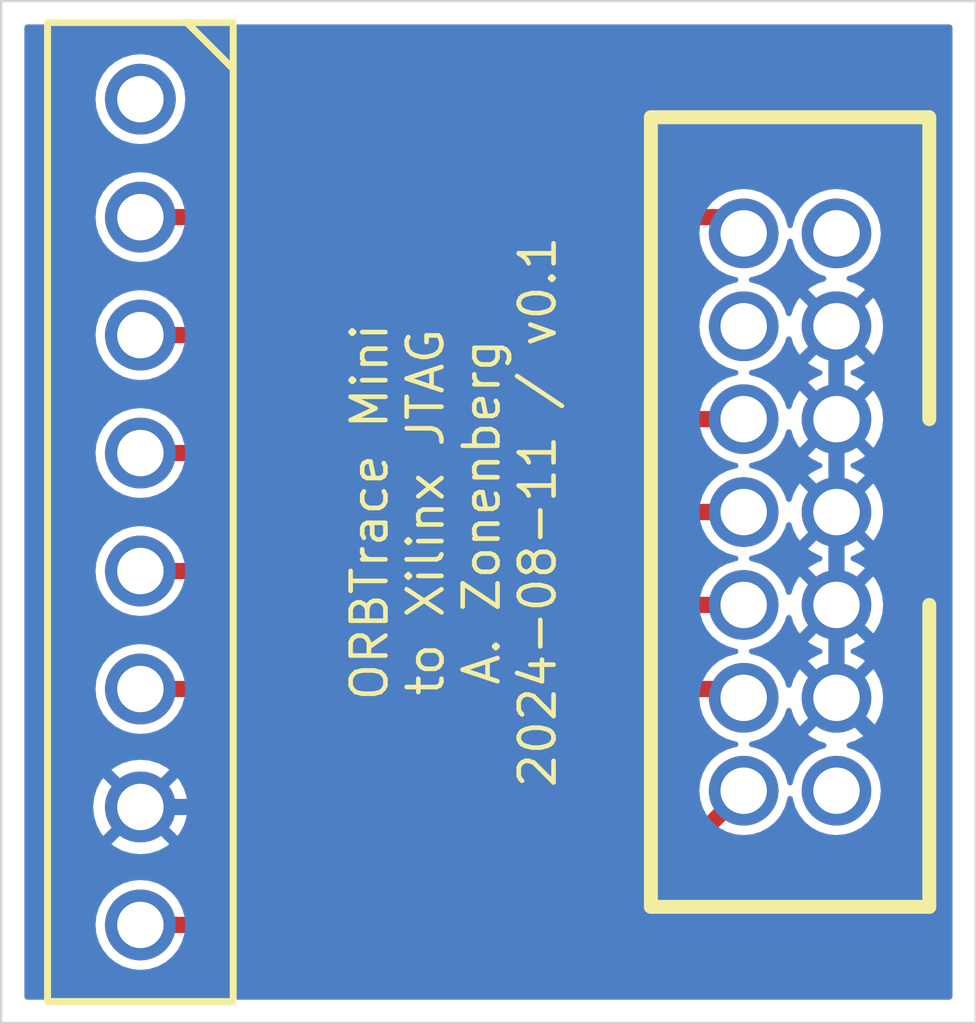
<source format=kicad_pcb>
(kicad_pcb (version 20240108) (generator "pcbnew") (generator_version "8.0")
  (layers (0 "F.Cu" signal) (31 "B.Cu" signal) (34 "B.Paste" user) (35 "F.Paste" user) (36 "B.SilkS" user "B.Silkscreen") (37 "F.SilkS" user "F.Silkscreen") (38 "B.Mask" user) (39 "F.Mask" user) (44 "Edge.Cuts" user))
  (net 0 "")
  (net 4 "/VTREF")
  (net 5 "/VTPWR")
  (net 6 "/GND")
  (net 7 "/NRST")
  (net 8 "/TDO")
  (net 9 "/TMS")
  (net 10 "/TDI")
  (net 11 "/TCK")
  (footprint "azonenberg_pcb:CONN_HEADER_2.54MM_1x8" (layer "F.Cu") (at 55 53 -90)
    (property "Reference" "J1" (hide yes))
    (property "Value" "CONN_01X08" (hide yes))
    (fp_line (start -10.54 2) (end 10.54 2) (stroke (width 0.15)) (layer "F.SilkS"))
    (fp_line (start 10.54 2) (end 10.54 -2) (stroke (width 0.15)) (layer "F.SilkS"))
    (fp_line (start -10.54 -2) (end -10.54 2) (stroke (width 0.15)) (layer "F.SilkS"))
    (fp_line (start -9.54 -2) (end -10.54 -1) (stroke (width 0.15)) (layer "F.SilkS"))
    (fp_line (start 10.54 -2) (end -10.54 -2) (stroke (width 0.15)) (layer "F.SilkS"))
    (pad "1" thru_hole circle (at -8.89 0 270) (size 1.524 1.524) (drill 1) (layers "*.Cu" "*.Mask") (net 5 "/VTPWR"))
    (pad "2" thru_hole circle (at -6.35 0) (size 1.524 1.524) (drill 1) (layers "*.Cu" "*.Mask") (net 7 "/NRST"))
    (pad "3" thru_hole circle (at -3.81 0 270) (size 1.524 1.524) (drill 1) (layers "*.Cu" "*.Mask") (net 10 "/TDI"))
    (pad "4" thru_hole circle (at -1.270001 0 270) (size 1.524 1.524) (drill 1) (layers "*.Cu" "*.Mask") (net 8 "/TDO"))
    (pad "5" thru_hole circle (at 1.270001 0 270) (size 1.524 1.524) (drill 1) (layers "*.Cu" "*.Mask") (net 11 "/TCK"))
    (pad "6" thru_hole circle (at 3.81 0 270) (size 1.524 1.524) (drill 1) (layers "*.Cu" "*.Mask") (net 9 "/TMS"))
    (pad "7" thru_hole circle (at 6.35 0 270) (size 1.524 1.524) (drill 1) (layers "*.Cu" "*.Mask") (net 6 "/GND"))
    (pad "8" thru_hole circle (at 8.89 0 270) (size 1.524 1.524) (drill 1) (layers "*.Cu" "*.Mask") (net 4 "/VTREF"))
  )
  (footprint "azonenberg_pcb:XILINX_JTAG_PTH_MOLEX_0878311420" (layer "F.Cu") (at 69 53 90)
    (property "Reference" "J2" (hide yes))
    (property "Value" "XILINX_JTAG_ICESIDE" (hide yes))
    (fp_line (start 8.5 -3) (end -8.5 -3) (stroke (width 0.3)) (layer "F.SilkS"))
    (fp_line (start 8.5 -3) (end 8.5 3) (stroke (width 0.3)) (layer "F.SilkS"))
    (fp_line (start -8.5 -3) (end -8.5 3) (stroke (width 0.3)) (layer "F.SilkS"))
    (fp_line (start 8.5 3) (end 2 3) (stroke (width 0.3)) (layer "F.SilkS"))
    (fp_line (start -2 3) (end -8.5 3) (stroke (width 0.3)) (layer "F.SilkS"))
    (pad "1" thru_hole circle (at -6 1 90) (size 1.5 1.5) (drill 1) (layers "*.Cu" "*.Mask" "F.Paste"))
    (pad "2" thru_hole circle (at -6 -1 90) (size 1.5 1.5) (drill 1) (layers "*.Cu" "*.Mask" "F.Paste") (net 4 "/VTREF"))
    (pad "3" thru_hole circle (at -4 1 90) (size 1.5 1.5) (drill 1) (layers "*.Cu" "*.Mask" "F.Paste") (net 6 "/GND"))
    (pad "4" thru_hole circle (at -4 -1 90) (size 1.5 1.5) (drill 1) (layers "*.Cu" "*.Mask" "F.Paste") (net 9 "/TMS"))
    (pad "5" thru_hole circle (at -2 1 90) (size 1.5 1.5) (drill 1) (layers "*.Cu" "*.Mask" "F.Paste") (net 6 "/GND"))
    (pad "6" thru_hole circle (at -2 -1 90) (size 1.5 1.5) (drill 1) (layers "*.Cu" "*.Mask" "F.Paste") (net 11 "/TCK"))
    (pad "7" thru_hole circle (at 0 1 90) (size 1.5 1.5) (drill 1) (layers "*.Cu" "*.Mask" "F.Paste") (net 6 "/GND"))
    (pad "8" thru_hole circle (at 0 -1 90) (size 1.5 1.5) (drill 1) (layers "*.Cu" "*.Mask" "F.Paste") (net 8 "/TDO"))
    (pad "9" thru_hole circle (at 2 1 90) (size 1.5 1.5) (drill 1) (layers "*.Cu" "*.Mask" "F.Paste") (net 6 "/GND"))
    (pad "10" thru_hole circle (at 2 -1 90) (size 1.5 1.5) (drill 1) (layers "*.Cu" "*.Mask" "F.Paste") (net 10 "/TDI"))
    (pad "11" thru_hole circle (at 4 1 90) (size 1.5 1.5) (drill 1) (layers "*.Cu" "*.Mask" "F.Paste") (net 6 "/GND"))
    (pad "12" thru_hole circle (at 4 -1 90) (size 1.5 1.5) (drill 1) (layers "*.Cu" "*.Mask" "F.Paste"))
    (pad "13" thru_hole circle (at 6 1 90) (size 1.5 1.5) (drill 1) (layers "*.Cu" "*.Mask" "F.Paste"))
    (pad "14" thru_hole circle (at 6 -1 90) (size 1.5 1.5) (drill 1) (layers "*.Cu" "*.Mask" "F.Paste") (net 7 "/NRST"))
  )
  (gr_line (start 52 42) (end 52 64) (stroke (width 0.05)) (layer "Edge.Cuts"))
  (gr_line (start 52 64) (end 73 64) (stroke (width 0.05)) (layer "Edge.Cuts"))
  (gr_line (start 73 64) (end 73 42) (stroke (width 0.05)) (layer "Edge.Cuts"))
  (gr_line (start 73 42) (end 52 42) (stroke (width 0.05)) (layer "Edge.Cuts"))
  (gr_text "ORBTrace Mini\nto Xilinx JTAG\nA. Zonenberg\n2024-08-11 / v0.1" (at 64 53 90) (layer "F.SilkS") (effects (font (size 0.75 0.75) (thickness 0.1)) (justify bottom)))
  (segment (start 65.11 61.89) (end 68 59) (width 0.35) (layer "F.Cu") (net 4))
  (segment (start 55 61.89) (end 65.11 61.89) (width 0.35) (layer "F.Cu") (net 4))
  (segment (start 72 59) (end 72 60) (width 0.35) (layer "B.Cu") (net 6))
  (segment (start 70 62) (end 62 62) (width 0.35) (layer "B.Cu") (net 6))
  (segment (start 62 62) (end 59.35 59.35) (width 0.35) (layer "B.Cu") (net 6))
  (segment (start 70 57) (end 70 49) (width 0.35) (layer "B.Cu") (net 6))
  (segment (start 72 60) (end 70 62) (width 0.35) (layer "B.Cu") (net 6))
  (segment (start 59.35 59.35) (end 55 59.35) (width 0.35) (layer "B.Cu") (net 6))
  (segment (start 70 57) (end 72 59) (width 0.35) (layer "B.Cu") (net 6))
  (segment (start 55 46.65) (end 67.65 46.65) (width 0.35) (layer "F.Cu") (net 7))
  (segment (start 67.65 46.65) (end 68 47) (width 0.35) (layer "F.Cu") (net 7))
  (segment (start 55 51.729999) (end 63.729999 51.729999) (width 0.35) (layer "F.Cu") (net 8))
  (segment (start 65 53) (end 68 53) (width 0.35) (layer "F.Cu") (net 8))
  (segment (start 63.729999 51.729999) (end 65 53) (width 0.35) (layer "F.Cu") (net 8))
  (segment (start 55 56.81) (end 67.81 56.81) (width 0.35) (layer "F.Cu") (net 9))
  (segment (start 67.81 56.81) (end 68 57) (width 0.35) (layer "F.Cu") (net 9))
  (segment (start 64.19 49.19) (end 66 51) (width 0.35) (layer "F.Cu") (net 10))
  (segment (start 66 51) (end 68 51) (width 0.35) (layer "F.Cu") (net 10))
  (segment (start 55 49.19) (end 64.19 49.19) (width 0.35) (layer "F.Cu") (net 10))
  (segment (start 55 54.270001) (end 64.270001 54.270001) (width 0.35) (layer "F.Cu") (net 11))
  (segment (start 64.270001 54.270001) (end 65 55) (width 0.35) (layer "F.Cu") (net 11))
  (segment (start 65 55) (end 68 55) (width 0.35) (layer "F.Cu") (net 11))
  (zone (net 6) (net_name "/GND") (layer "B.Cu") (connect_pads (clearance 0.125)) (min_thickness 0.125) (fill yes (thermal_gap 0.25) (thermal_bridge_width 0.25))
    (polygon (pts (xy 52.25 42.25) (xy 52.25 63.75) (xy 72.75 63.75) (xy 72.75 42.25)))
  )
)
</source>
